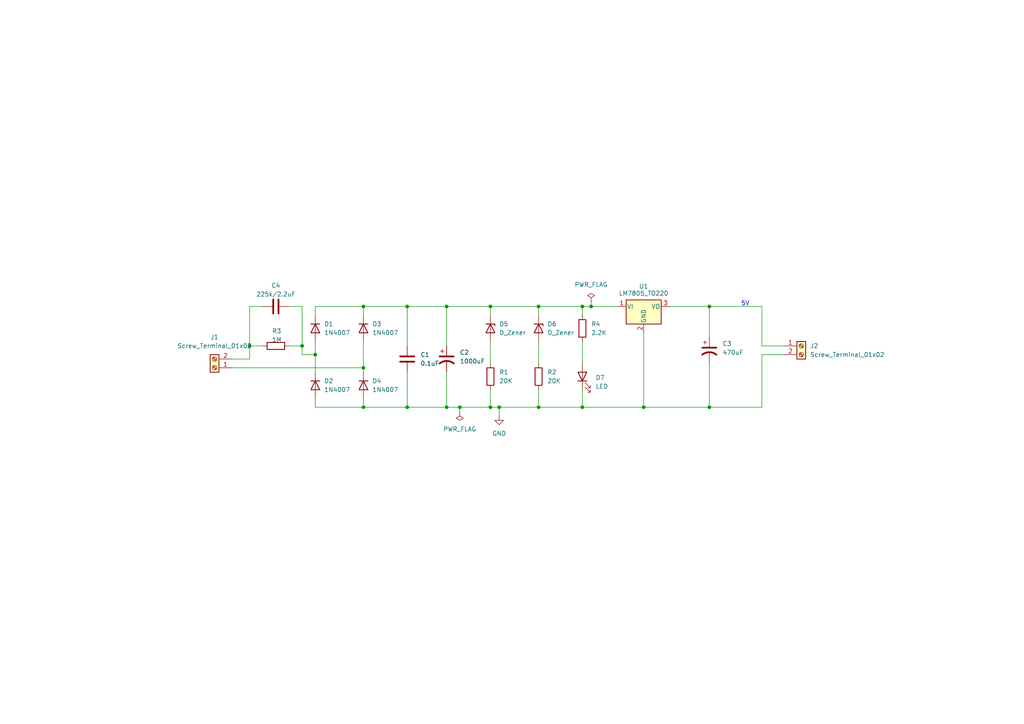
<source format=kicad_sch>
(kicad_sch (version 20250114) (generator "eeschema") (generator_version "9.0")
  (paper "A4")
  (title_block (title "Transformerless Power Supply Project"))
  (lib_symbols
    (symbol "Connector:Screw_Terminal_01x02" (pin_names (offset 1.016) (hide yes))
      (property "Reference" "J" (at 0 2.54 0))
      (property "Value" "Screw_Terminal_01x02" (at 0 -5.08 0))
      (symbol "Screw_Terminal_01x02_1_1"
        (rectangle (start -1.27 1.27) (end 1.27 -3.81) (stroke (width 0.254)) (fill (type background)))
        (polyline (pts (xy -0.5334 0.3302) (xy 0.3302 -0.508)) (stroke (width 0.1524)))
        (polyline (pts (xy -0.5334 -2.2098) (xy 0.3302 -3.048)) (stroke (width 0.1524)))
        (polyline (pts (xy -0.3556 0.508) (xy 0.508 -0.3302)) (stroke (width 0.1524)))
        (polyline (pts (xy -0.3556 -2.032) (xy 0.508 -2.8702)) (stroke (width 0.1524)))
        (circle (center 0 0) (radius 0.635) (stroke (width 0.1524)))
        (circle (center 0 -2.54) (radius 0.635) (stroke (width 0.1524)))
        (pin passive line (at -5.08 0 0) (length 3.81) (name "Pin_1") (number "1"))
        (pin passive line (at -5.08 -2.54 0) (length 3.81) (name "Pin_2") (number "2"))
      )
    )
    (symbol "Device:C" (pin_numbers (hide yes)) (pin_names (offset 0.254))
      (property "Reference" "C" (at 0.635 2.54 0))
      (property "Value" "C" (at 0.635 -2.54 0))
      (symbol "C_0_1"
        (polyline (pts (xy -2.032 0.762) (xy 2.032 0.762)) (stroke (width 0.508)))
        (polyline (pts (xy -2.032 -0.762) (xy 2.032 -0.762)) (stroke (width 0.508)))
      )
      (symbol "C_1_1"
        (pin passive line (at 0 3.81 270) (length 2.794) (name "~") (number "1"))
        (pin passive line (at 0 -3.81 90) (length 2.794) (name "~") (number "2"))
      )
    )
    (symbol "Device:C_Polarized_US" (pin_numbers (hide yes)) (pin_names (offset 0.254) (hide yes))
      (property "Reference" "C" (at 0.635 2.54 0))
      (property "Value" "C_Polarized_US" (at 0.635 -2.54 0))
      (symbol "C_Polarized_US_0_1"
        (polyline (pts (xy -2.032 0.762) (xy 2.032 0.762)) (stroke (width 0.508)))
        (polyline (pts (xy -1.778 2.286) (xy -0.762 2.286)))
        (polyline (pts (xy -1.27 1.778) (xy -1.27 2.794)))
        (arc (start -2.032 -1.27) (mid 0 -0.5572) (end 2.032 -1.27) (stroke (width 0.508)))
      )
      (symbol "C_Polarized_US_1_1"
        (pin passive line (at 0 3.81 270) (length 2.794) (name "~") (number "1"))
        (pin passive line (at 0 -3.81 90) (length 3.302) (name "~") (number "2"))
      )
    )
    (symbol "Device:D_Zener" (pin_numbers (hide yes)) (pin_names (offset 1.016) (hide yes))
      (property "Reference" "D" (at 0 2.54 0))
      (property "Value" "D_Zener" (at 0 -2.54 0))
      (symbol "D_Zener_0_1"
        (polyline (pts (xy -1.27 -1.27) (xy -1.27 1.27) (xy -0.762 1.27)) (stroke (width 0.254)))
        (polyline (pts (xy 1.27 0) (xy -1.27 0)))
        (polyline (pts (xy 1.27 -1.27) (xy 1.27 1.27) (xy -1.27 0) (xy 1.27 -1.27)) (stroke (width 0.254)))
      )
      (symbol "D_Zener_1_1"
        (pin passive line (at -3.81 0 0) (length 2.54) (name "K") (number "1"))
        (pin passive line (at 3.81 0 180) (length 2.54) (name "A") (number "2"))
      )
    )
    (symbol "Device:LED" (pin_numbers (hide yes)) (pin_names (offset 1.016) (hide yes))
      (property "Reference" "D" (at 0 2.54 0))
      (property "Value" "LED" (at 0 -2.54 0))
      (symbol "LED_0_1"
        (polyline (pts (xy -3.048 -0.762) (xy -4.572 -2.286) (xy -3.81 -2.286) (xy -4.572 -2.286) (xy -4.572 -1.524)))
        (polyline (pts (xy -1.778 -0.762) (xy -3.302 -2.286) (xy -2.54 -2.286) (xy -3.302 -2.286) (xy -3.302 -1.524)))
        (polyline (pts (xy -1.27 0) (xy 1.27 0)))
        (polyline (pts (xy -1.27 -1.27) (xy -1.27 1.27)) (stroke (width 0.254)))
        (polyline (pts (xy 1.27 -1.27) (xy 1.27 1.27) (xy -1.27 0) (xy 1.27 -1.27)) (stroke (width 0.254)))
      )
      (symbol "LED_1_1"
        (pin passive line (at -3.81 0 0) (length 2.54) (name "K") (number "1"))
        (pin passive line (at 3.81 0 180) (length 2.54) (name "A") (number "2"))
      )
    )
    (symbol "Device:R" (pin_numbers (hide yes)) (pin_names (offset 0))
      (property "Reference" "R" (at 2.032 0 90))
      (property "Value" "R" (at 0 0 90))
      (symbol "R_0_1"
        (rectangle (start -1.016 -2.54) (end 1.016 2.54) (stroke (width 0.254)))
      )
      (symbol "R_1_1"
        (pin passive line (at 0 3.81 270) (length 1.27) (name "~") (number "1"))
        (pin passive line (at 0 -3.81 90) (length 1.27) (name "~") (number "2"))
      )
    )
    (symbol "Diode:1N4007" (pin_numbers (hide yes)) (pin_names (hide yes))
      (property "Reference" "D" (at 0 2.54 0))
      (property "Value" "1N4007" (at 0 -2.54 0))
      (symbol "1N4007_0_1"
        (polyline (pts (xy -1.27 1.27) (xy -1.27 -1.27)) (stroke (width 0.254)))
        (polyline (pts (xy 1.27 1.27) (xy 1.27 -1.27) (xy -1.27 0) (xy 1.27 1.27)) (stroke (width 0.254)))
        (polyline (pts (xy 1.27 0) (xy -1.27 0)))
      )
      (symbol "1N4007_1_1"
        (pin passive line (at -3.81 0 0) (length 2.54) (name "K") (number "1"))
        (pin passive line (at 3.81 0 180) (length 2.54) (name "A") (number "2"))
      )
    )
    (symbol "Regulator_Linear:LM7805_TO220" (pin_names (offset 0.254))
      (property "Reference" "U" (at -3.81 3.175 0))
      (property "Value" "LM7805_TO220" (at 0 3.175 0))
      (symbol "LM7805_TO220_0_1"
        (rectangle (start -5.08 1.905) (end 5.08 -5.08) (stroke (width 0.254)) (fill (type background)))
      )
      (symbol "LM7805_TO220_1_1"
        (pin power_in line (at -7.62 0 0) (length 2.54) (name "VI") (number "1"))
        (pin power_in line (at 0 -7.62 90) (length 2.54) (name "GND") (number "2"))
        (pin power_out line (at 7.62 0 180) (length 2.54) (name "VO") (number "3"))
      )
    )
    (symbol "power:GND" (power) (pin_numbers (hide yes)) (pin_names (offset 0) (hide yes))
      (property "Value" "GND" (at 0 -3.81 0))
      (symbol "GND_0_1"
        (polyline (pts (xy 0 0) (xy 0 -1.27) (xy 1.27 -1.27) (xy 0 -2.54) (xy -1.27 -1.27) (xy 0 -1.27)))
      )
      (symbol "GND_1_1"
        (pin power_in line (at 0 0 270) (length 0) (name "~") (number "1"))
      )
    )
    (symbol "power:PWR_FLAG" (power) (pin_numbers (hide yes)) (pin_names (offset 0) (hide yes))
      (property "Value" "PWR_FLAG" (at 0 3.81 0))
      (symbol "PWR_FLAG_0_0"
        (pin power_out line (at 0 0 90) (length 0) (name "~") (number "1"))
      )
      (symbol "PWR_FLAG_0_1"
        (polyline (pts (xy 0 0) (xy 0 1.27) (xy -1.016 1.905) (xy 0 2.54) (xy 1.016 1.905) (xy 0 1.27)))
      )
    )
  )
  (text "5V" (at 216.154 88.138 0) (effects (font (size 1.27 1.27))))
  (junction (at 156.21 88.9))
  (junction (at 168.91 88.9))
  (junction (at 142.24 88.9))
  (junction (at 129.54 118.11))
  (junction (at 205.74 88.9))
  (junction (at 105.41 106.68))
  (junction (at 105.41 118.11))
  (junction (at 91.44 102.87))
  (junction (at 105.41 88.9))
  (junction (at 205.74 118.11))
  (junction (at 144.78 118.11))
  (junction (at 118.11 88.9))
  (junction (at 129.54 88.9))
  (junction (at 142.24 118.11))
  (junction (at 87.63 100.33))
  (junction (at 72.39 100.33))
  (junction (at 171.45 88.9))
  (junction (at 168.91 118.11))
  (junction (at 118.11 118.11))
  (junction (at 133.35 118.11))
  (junction (at 186.69 118.11))
  (junction (at 156.21 118.11))
  (wire (pts (xy 142.24 88.9) (xy 156.21 88.9)))
  (wire (pts (xy 205.74 105.41) (xy 205.74 118.11)))
  (wire (pts (xy 205.74 97.79) (xy 205.74 88.9)))
  (wire (pts (xy 168.91 99.06) (xy 168.91 105.41)))
  (wire (pts (xy 118.11 100.33) (xy 118.11 88.9)))
  (wire (pts (xy 220.98 102.87) (xy 220.98 118.11)))
  (wire (pts (xy 129.54 88.9) (xy 118.11 88.9)))
  (wire (pts (xy 83.82 88.9) (xy 87.63 88.9)))
  (wire (pts (xy 156.21 91.44) (xy 156.21 88.9)))
  (wire (pts (xy 133.35 118.11) (xy 142.24 118.11)))
  (wire (pts (xy 72.39 100.33) (xy 76.2 100.33)))
  (wire (pts (xy 72.39 100.33) (xy 72.39 88.9)))
  (wire (pts (xy 227.33 102.87) (xy 220.98 102.87)))
  (wire (pts (xy 144.78 118.11) (xy 142.24 118.11)))
  (wire (pts (xy 105.41 99.06) (xy 105.41 106.68)))
  (wire (pts (xy 142.24 99.06) (xy 142.24 105.41)))
  (wire (pts (xy 156.21 99.06) (xy 156.21 105.41)))
  (wire (pts (xy 87.63 88.9) (xy 87.63 100.33)))
  (wire (pts (xy 205.74 88.9) (xy 194.31 88.9)))
  (wire (pts (xy 87.63 100.33) (xy 87.63 102.87)))
  (wire (pts (xy 156.21 113.03) (xy 156.21 118.11)))
  (wire (pts (xy 67.31 106.68) (xy 105.41 106.68)))
  (wire (pts (xy 144.78 118.11) (xy 144.78 120.65)))
  (wire (pts (xy 168.91 118.11) (xy 156.21 118.11)))
  (wire (pts (xy 220.98 118.11) (xy 205.74 118.11)))
  (wire (pts (xy 168.91 91.44) (xy 168.91 88.9)))
  (wire (pts (xy 129.54 107.95) (xy 129.54 118.11)))
  (wire (pts (xy 186.69 96.52) (xy 186.69 118.11)))
  (wire (pts (xy 129.54 100.33) (xy 129.54 88.9)))
  (wire (pts (xy 118.11 107.95) (xy 118.11 118.11)))
  (wire (pts (xy 168.91 88.9) (xy 171.45 88.9)))
  (wire (pts (xy 129.54 88.9) (xy 142.24 88.9)))
  (wire (pts (xy 83.82 100.33) (xy 87.63 100.33)))
  (wire (pts (xy 91.44 118.11) (xy 105.41 118.11)))
  (wire (pts (xy 168.91 88.9) (xy 156.21 88.9)))
  (wire (pts (xy 142.24 113.03) (xy 142.24 118.11)))
  (wire (pts (xy 67.31 104.14) (xy 72.39 104.14)))
  (wire (pts (xy 156.21 118.11) (xy 144.78 118.11)))
  (wire (pts (xy 205.74 118.11) (xy 186.69 118.11)))
  (wire (pts (xy 87.63 102.87) (xy 91.44 102.87)))
  (wire (pts (xy 186.69 118.11) (xy 168.91 118.11)))
  (wire (pts (xy 105.41 88.9) (xy 105.41 91.44)))
  (wire (pts (xy 118.11 88.9) (xy 105.41 88.9)))
  (wire (pts (xy 91.44 91.44) (xy 91.44 88.9)))
  (wire (pts (xy 91.44 99.06) (xy 91.44 102.87)))
  (wire (pts (xy 105.41 118.11) (xy 105.41 115.57)))
  (wire (pts (xy 105.41 106.68) (xy 105.41 107.95)))
  (wire (pts (xy 129.54 118.11) (xy 133.35 118.11)))
  (wire (pts (xy 168.91 113.03) (xy 168.91 118.11)))
  (wire (pts (xy 171.45 87.63) (xy 171.45 88.9)))
  (wire (pts (xy 220.98 100.33) (xy 220.98 88.9)))
  (wire (pts (xy 142.24 91.44) (xy 142.24 88.9)))
  (wire (pts (xy 171.45 88.9) (xy 179.07 88.9)))
  (wire (pts (xy 91.44 88.9) (xy 105.41 88.9)))
  (wire (pts (xy 72.39 88.9) (xy 76.2 88.9)))
  (wire (pts (xy 133.35 118.11) (xy 133.35 119.38)))
  (wire (pts (xy 91.44 102.87) (xy 91.44 107.95)))
  (wire (pts (xy 118.11 118.11) (xy 105.41 118.11)))
  (wire (pts (xy 72.39 104.14) (xy 72.39 100.33)))
  (wire (pts (xy 91.44 118.11) (xy 91.44 115.57)))
  (wire (pts (xy 129.54 118.11) (xy 118.11 118.11)))
  (wire (pts (xy 220.98 100.33) (xy 227.33 100.33)))
  (wire (pts (xy 220.98 88.9) (xy 205.74 88.9)))
  (symbol (lib_id "Device:C_Polarized_US") (at 129.54 104.14 0) (unit 1)
    (property "Reference" "C2" (at 133.35 102.2349 0) (effects (justify left)))
    (property "Value" "1000uF" (at 133.35 104.7749 0) (effects (justify left)))
    (property "Footprint" "Capacitor_THT:CP_Radial_D10.0mm_P5.00mm" (effects (hide yes)))
    (property "Description" "Polarized capacitor, US symbol" (effects (hide yes)))
  )
  (symbol (lib_id "Connector:Screw_Terminal_01x02") (at 232.41 100.33 0) (unit 1)
    (property "Reference" "J2" (at 234.95 100.3299 0) (effects (justify left)))
    (property "Value" "Screw_Terminal_01x02" (at 234.95 102.8699 0) (effects (justify left)))
    (property "Footprint" "TerminalBlock:TerminalBlock_bornier-2_P5.08mm" (effects (hide yes)))
    (property "Datasheet" "kicad-embed://PCON-S-A0008048682-1.pdf" (effects (hide yes)))
    (property "Description" "Generic screw terminal, single row, 01x02, script generated (kicad-library-utils/schlib/autogen/connector/)" (effects (hide yes)))
  )
  (symbol (lib_id "Diode:1N4007") (at 91.44 95.25 270) (unit 1)
    (property "Reference" "D1" (at 93.98 93.9799 90) (effects (justify left)))
    (property "Value" "1N4007" (at 93.98 96.5199 90) (effects (justify left)))
    (property "Footprint" "Diode_THT:D_DO-41_SOD81_P10.16mm_Horizontal" (effects (hide yes)))
    (property "Datasheet" "http://www.vishay.com/docs/88503/1n4001.pdf" (effects (hide yes)))
    (property "Description" "1000V 1A General Purpose Rectifier Diode, DO-41" (effects (hide yes)))
    (property "Sim.Device" "D" (effects (hide yes)))
    (property "Sim.Pins" "1=K 2=A" (effects (hide yes)))
  )
  (symbol (lib_id "Diode:1N4007") (at 91.44 111.76 270) (unit 1)
    (property "Reference" "D2" (at 93.98 110.4899 90) (effects (justify left)))
    (property "Value" "1N4007" (at 93.98 113.0299 90) (effects (justify left)))
    (property "Footprint" "Diode_THT:D_DO-41_SOD81_P10.16mm_Horizontal" (effects (hide yes)))
    (property "Datasheet" "http://www.vishay.com/docs/88503/1n4001.pdf" (effects (hide yes)))
    (property "Description" "1000V 1A General Purpose Rectifier Diode, DO-41" (effects (hide yes)))
    (property "Sim.Device" "D" (effects (hide yes)))
    (property "Sim.Pins" "1=K 2=A" (effects (hide yes)))
  )
  (symbol (lib_id "Device:D_Zener") (at 142.24 95.25 270) (unit 1)
    (property "Reference" "D5" (at 144.78 93.9799 90) (effects (justify left)))
    (property "Value" "D_Zener" (at 144.78 96.5199 90) (effects (justify left)))
    (property "Footprint" "Diode_THT:D_A-405_P7.62mm_Horizontal" (effects (hide yes)))
    (property "Description" "Zener diode" (effects (hide yes)))
  )
  (symbol (lib_id "Device:C") (at 118.11 104.14 0) (unit 1)
    (property "Reference" "C1" (at 121.92 102.8699 0) (effects (justify left)))
    (property "Value" "0.1uF" (at 121.92 105.4099 0) (effects (justify left)))
    (property "Footprint" "Capacitor_THT:C_Disc_D4.7mm_W2.5mm_P5.00mm" (effects (hide yes)))
    (property "Description" "Unpolarized capacitor" (effects (hide yes)))
  )
  (symbol (lib_id "Diode:1N4007") (at 105.41 111.76 270) (unit 1)
    (property "Reference" "D4" (at 107.95 110.4899 90) (effects (justify left)))
    (property "Value" "1N4007" (at 107.95 113.0299 90) (effects (justify left)))
    (property "Footprint" "Diode_THT:D_DO-41_SOD81_P10.16mm_Horizontal" (effects (hide yes)))
    (property "Datasheet" "http://www.vishay.com/docs/88503/1n4001.pdf" (effects (hide yes)))
    (property "Description" "1000V 1A General Purpose Rectifier Diode, DO-41" (effects (hide yes)))
    (property "Sim.Device" "D" (effects (hide yes)))
    (property "Sim.Pins" "1=K 2=A" (effects (hide yes)))
  )
  (symbol (lib_id "Device:C") (at 80.01 88.9 90) (unit 1)
    (property "Reference" "C4" (at 80.01 82.804 90))
    (property "Value" "225k/2.2uF" (at 80.01 85.344 90))
    (property "Footprint" "Capacitor_THT:C_Rect_L18.0mm_W6.0mm_P15.00mm_FKS3_FKP3" (effects (hide yes)))
    (property "Description" "Unpolarized capacitor" (effects (hide yes)))
  )
  (symbol (lib_id "Device:R") (at 156.21 109.22 0) (unit 1)
    (property "Reference" "R2" (at 158.75 107.9499 0) (effects (justify left)))
    (property "Value" "20K" (at 158.75 110.4899 0) (effects (justify left)))
    (property "Footprint" "Resistor_THT:R_Axial_DIN0207_L6.3mm_D2.5mm_P7.62mm_Horizontal" (effects (hide yes)))
    (property "Description" "Resistor" (effects (hide yes)))
  )
  (symbol (lib_id "Regulator_Linear:LM7805_TO220") (at 186.69 88.9 0) (unit 1)
    (property "Reference" "U1" (at 186.69 83.058 0))
    (property "Value" "LM7805_TO220" (at 186.69 85.09 0))
    (property "Footprint" "Package_TO_SOT_THT:TO-220-3_Vertical" (effects (hide yes)))
    (property "Datasheet" "https://www.onsemi.cn/PowerSolutions/document/MC7800-D.PDF" (effects (hide yes)))
    (property "Description" "Positive 1A 35V Linear Regulator, Fixed Output 5V, TO-220" (effects (hide yes)))
  )
  (symbol (lib_id "power:GND") (at 144.78 120.65 0) (unit 1)
    (property "Reference" "#PWR01" (effects (hide yes)))
    (property "Value" "GND" (at 144.78 125.73 0))
    (property "Description" "Power symbol creates a global label with name \"GND\" , ground" (effects (hide yes)))
  )
  (symbol (lib_id "power:PWR_FLAG") (at 133.35 119.38 180) (unit 1)
    (property "Reference" "#FLG02" (effects (hide yes)))
    (property "Value" "PWR_FLAG" (at 133.35 124.46 0))
    (property "Description" "Special symbol for telling ERC where power comes from" (effects (hide yes)))
  )
  (symbol (lib_id "power:PWR_FLAG") (at 171.45 87.63 0) (unit 1)
    (property "Reference" "#FLG01" (effects (hide yes)))
    (property "Value" "PWR_FLAG" (at 171.45 82.55 0))
    (property "Description" "Special symbol for telling ERC where power comes from" (effects (hide yes)))
  )
  (symbol (lib_id "Connector:Screw_Terminal_01x02") (at 62.23 106.68 180) (unit 1)
    (property "Reference" "J1" (at 62.23 97.79 0))
    (property "Value" "Screw_Terminal_01x02" (at 62.23 100.33 0))
    (property "Footprint" "TerminalBlock:TerminalBlock_bornier-2_P5.08mm" (effects (hide yes)))
    (property "Datasheet" "kicad-embed://PCON-S-A0008048682-1.pdf" (effects (hide yes)))
    (property "Description" "Generic screw terminal, single row, 01x02, script generated (kicad-library-utils/schlib/autogen/connector/)" (effects (hide yes)))
  )
  (symbol (lib_id "Device:LED") (at 168.91 109.22 90) (unit 1)
    (property "Reference" "D7" (at 172.72 109.5374 90) (effects (justify right)))
    (property "Value" "LED" (at 172.72 112.0774 90) (effects (justify right)))
    (property "Footprint" "LED_THT:LED_D5.0mm" (effects (hide yes)))
    (property "Description" "Light emitting diode" (effects (hide yes)))
    (property "Sim.Pins" "1=K 2=A" (effects (hide yes)))
  )
  (symbol (lib_id "Diode:1N4007") (at 105.41 95.25 270) (unit 1)
    (property "Reference" "D3" (at 107.95 93.9799 90) (effects (justify left)))
    (property "Value" "1N4007" (at 107.95 96.5199 90) (effects (justify left)))
    (property "Footprint" "Diode_THT:D_DO-41_SOD81_P10.16mm_Horizontal" (effects (hide yes)))
    (property "Datasheet" "http://www.vishay.com/docs/88503/1n4001.pdf" (effects (hide yes)))
    (property "Description" "1000V 1A General Purpose Rectifier Diode, DO-41" (effects (hide yes)))
    (property "Sim.Device" "D" (effects (hide yes)))
    (property "Sim.Pins" "1=K 2=A" (effects (hide yes)))
  )
  (symbol (lib_id "Device:C_Polarized_US") (at 205.74 101.6 0) (unit 1)
    (property "Reference" "C3" (at 209.55 99.6949 0) (effects (justify left)))
    (property "Value" "470uF" (at 209.55 102.2349 0) (effects (justify left)))
    (property "Footprint" "Capacitor_THT:CP_Radial_D10.0mm_P3.80mm" (effects (hide yes)))
    (property "Description" "Polarized capacitor, US symbol" (effects (hide yes)))
  )
  (symbol (lib_id "Device:D_Zener") (at 156.21 95.25 270) (unit 1)
    (property "Reference" "D6" (at 158.75 93.9799 90) (effects (justify left)))
    (property "Value" "D_Zener" (at 158.75 96.5199 90) (effects (justify left)))
    (property "Footprint" "Diode_THT:D_A-405_P7.62mm_Horizontal" (effects (hide yes)))
    (property "Description" "Zener diode" (effects (hide yes)))
  )
  (symbol (lib_id "Device:R") (at 168.91 95.25 0) (unit 1)
    (property "Reference" "R4" (at 171.45 93.9799 0) (effects (justify left)))
    (property "Value" "2.2K" (at 171.45 96.5199 0) (effects (justify left)))
    (property "Footprint" "Resistor_THT:R_Axial_DIN0207_L6.3mm_D2.5mm_P7.62mm_Horizontal" (effects (hide yes)))
    (property "Description" "Resistor" (effects (hide yes)))
  )
  (symbol (lib_id "Device:R") (at 80.01 100.33 90) (unit 1)
    (property "Reference" "R3" (at 80.264 96.012 90))
    (property "Value" "1M" (at 80.264 98.552 90))
    (property "Footprint" "Resistor_THT:R_Axial_DIN0207_L6.3mm_D2.5mm_P7.62mm_Horizontal" (effects (hide yes)))
    (property "Description" "Resistor" (effects (hide yes)))
  )
  (symbol (lib_id "Device:R") (at 142.24 109.22 0) (unit 1)
    (property "Reference" "R1" (at 144.78 107.9499 0) (effects (justify left)))
    (property "Value" "20K" (at 144.78 110.4899 0) (effects (justify left)))
    (property "Footprint" "Resistor_THT:R_Axial_DIN0207_L6.3mm_D2.5mm_P7.62mm_Horizontal" (effects (hide yes)))
    (property "Description" "Resistor" (effects (hide yes)))
  )
)
</source>
